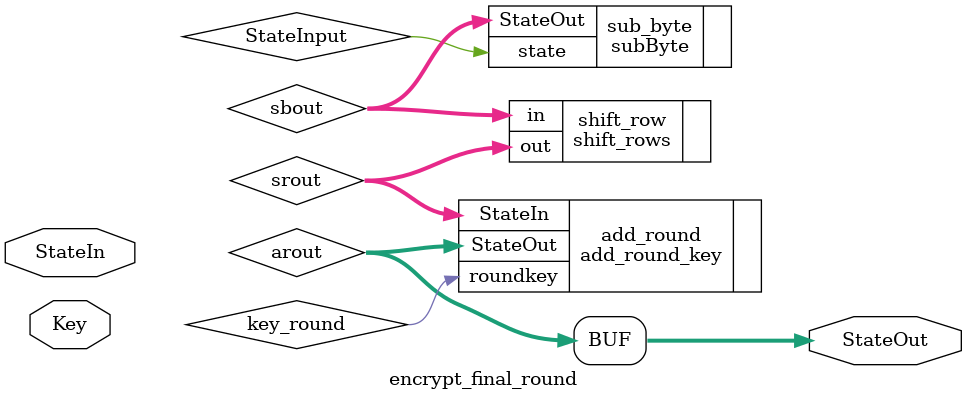
<source format=v>
module encrypt_final_round(

input [127:0] Key,
input [127:0] StateIn,
output [127:0] StateOut
);
wire [127:0] sbout;
wire [127:0] srout;
wire [127:0] arout;

subByte sub_byte(.state(StateInput),.StateOut(sbout));
shift_rows shift_row(.in(sbout),.out(srout));
add_round_key add_round(.roundkey(key_round),.StateIn(srout),.StateOut(arout));

assign StateOut[127:0]=arout[127:0];


endmodule 
</source>
